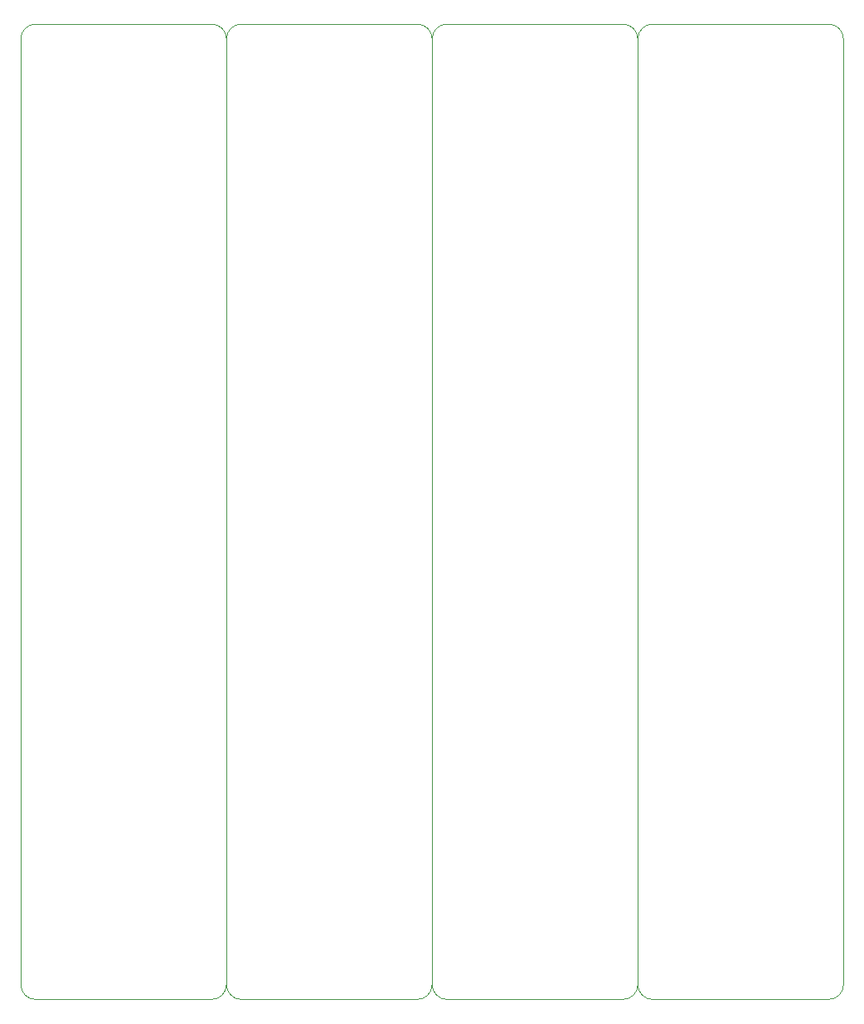
<source format=gbr>
G04 #@! TF.GenerationSoftware,KiCad,Pcbnew,5.1.0*
G04 #@! TF.CreationDate,2019-04-11T23:39:49-05:00*
G04 #@! TF.ProjectId,Strips,53747269-7073-42e6-9b69-6361645f7063,rev?*
G04 #@! TF.SameCoordinates,Original*
G04 #@! TF.FileFunction,Profile,NP*
%FSLAX46Y46*%
G04 Gerber Fmt 4.6, Leading zero omitted, Abs format (unit mm)*
G04 Created by KiCad (PCBNEW 5.1.0) date 2019-04-11 23:39:49*
%MOMM*%
%LPD*%
G04 APERTURE LIST*
%ADD10C,0.050000*%
G04 APERTURE END LIST*
D10*
X193000000Y-46000000D02*
X193000000Y-142500000D01*
X214000000Y-142500000D02*
X214000000Y-46000000D01*
X173500000Y-144000000D02*
G75*
G02X172000000Y-142500000I0J1500000D01*
G01*
X193000000Y-142500000D02*
G75*
G02X191500000Y-144000000I-1500000J0D01*
G01*
X173500000Y-144000000D02*
X191500000Y-144000000D01*
X212500000Y-44500000D02*
X194500000Y-44500000D01*
X191500000Y-44500000D02*
G75*
G02X193000000Y-46000000I0J-1500000D01*
G01*
X172000000Y-46000000D02*
G75*
G02X173500000Y-44500000I1500000J0D01*
G01*
X194500000Y-144000000D02*
G75*
G02X193000000Y-142500000I0J1500000D01*
G01*
X214000000Y-142500000D02*
G75*
G02X212500000Y-144000000I-1500000J0D01*
G01*
X194500000Y-144000000D02*
X212500000Y-144000000D01*
X193000000Y-46000000D02*
G75*
G02X194500000Y-44500000I1500000J0D01*
G01*
X212500000Y-44500000D02*
G75*
G02X214000000Y-46000000I0J-1500000D01*
G01*
X193000000Y-142500000D02*
X193000000Y-46000000D01*
X191500000Y-44500000D02*
X173500000Y-44500000D01*
X172000000Y-46000000D02*
X172000000Y-142500000D01*
X152500000Y-144000000D02*
G75*
G02X151000000Y-142500000I0J1500000D01*
G01*
X172000000Y-142500000D02*
G75*
G02X170500000Y-144000000I-1500000J0D01*
G01*
X152500000Y-144000000D02*
X170500000Y-144000000D01*
X170500000Y-44500000D02*
G75*
G02X172000000Y-46000000I0J-1500000D01*
G01*
X151000000Y-46000000D02*
G75*
G02X152500000Y-44500000I1500000J0D01*
G01*
X172000000Y-142500000D02*
X172000000Y-46000000D01*
X170500000Y-44500000D02*
X152500000Y-44500000D01*
X151000000Y-46000000D02*
X151000000Y-142500000D01*
X130000000Y-46000000D02*
X130000000Y-142500000D01*
X149500000Y-44500000D02*
X131500000Y-44500000D01*
X151000000Y-142500000D02*
X151000000Y-46000000D01*
X131500000Y-144000000D02*
X149500000Y-144000000D01*
X151000000Y-142500000D02*
G75*
G02X149500000Y-144000000I-1500000J0D01*
G01*
X131500000Y-144000000D02*
G75*
G02X130000000Y-142500000I0J1500000D01*
G01*
X130000000Y-46000000D02*
G75*
G02X131500000Y-44500000I1500000J0D01*
G01*
X149500000Y-44500000D02*
G75*
G02X151000000Y-46000000I0J-1500000D01*
G01*
M02*

</source>
